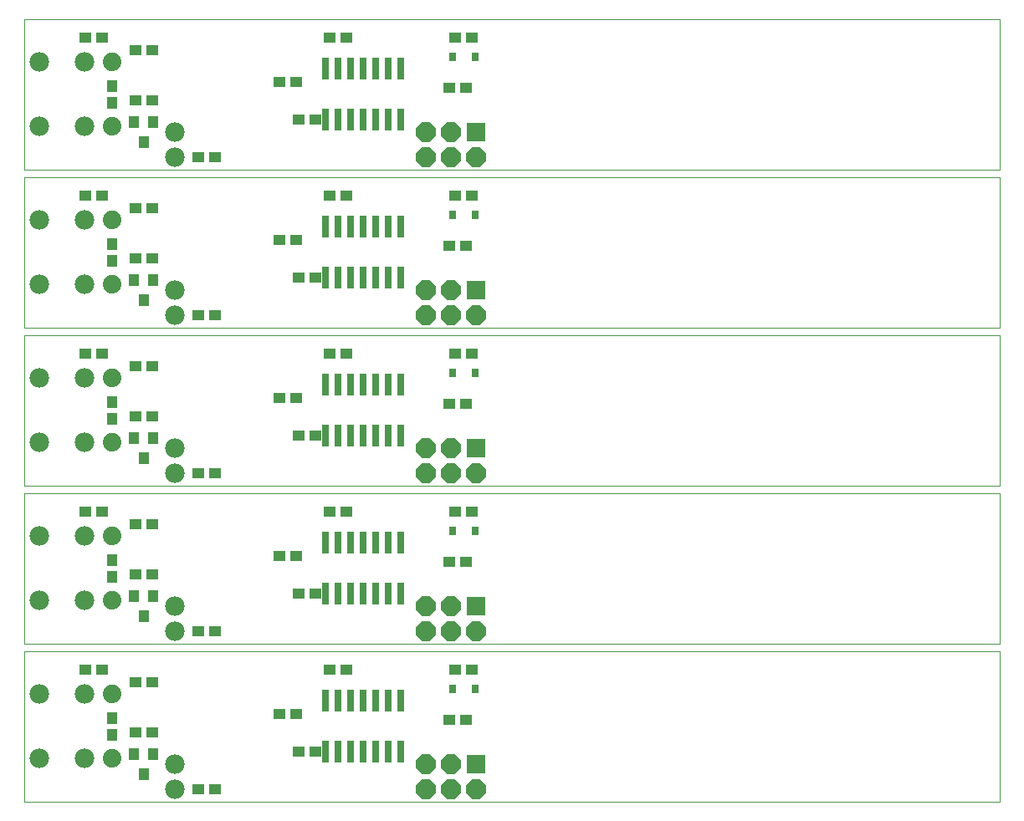
<source format=gts>
G75*
G70*
%OFA0B0*%
%FSLAX24Y24*%
%IPPOS*%
%LPD*%
%AMOC8*
5,1,8,0,0,1.08239X$1,22.5*
%
%ADD10C,0.0000*%
%ADD11R,0.0280X0.0910*%
%ADD12R,0.0780X0.0780*%
%ADD13OC8,0.0780*%
%ADD14C,0.0740*%
%ADD15R,0.0440X0.0490*%
%ADD16R,0.0473X0.0434*%
%ADD17R,0.0434X0.0473*%
%ADD18C,0.0780*%
%ADD19R,0.0288X0.0367*%
D10*
X000151Y000302D02*
X000151Y006298D01*
X039021Y006298D01*
X039021Y000302D01*
X000151Y000302D01*
X000151Y006602D02*
X000151Y012598D01*
X039021Y012598D01*
X039021Y006602D01*
X000151Y006602D01*
X000151Y012901D02*
X000151Y018897D01*
X039021Y018897D01*
X039021Y012901D01*
X000151Y012901D01*
X000151Y019200D02*
X000151Y025196D01*
X039021Y025196D01*
X039021Y019200D01*
X000151Y019200D01*
X000151Y025499D02*
X000151Y031495D01*
X039021Y031495D01*
X039021Y025499D01*
X000151Y025499D01*
D11*
X012151Y027474D03*
X012651Y027474D03*
X013151Y027474D03*
X013651Y027474D03*
X014151Y027474D03*
X014651Y027474D03*
X015151Y027474D03*
X015151Y029524D03*
X014651Y029524D03*
X014151Y029524D03*
X013651Y029524D03*
X013151Y029524D03*
X012651Y029524D03*
X012151Y029524D03*
X012151Y023225D03*
X012651Y023225D03*
X013151Y023225D03*
X013651Y023225D03*
X014151Y023225D03*
X014651Y023225D03*
X015151Y023225D03*
X015151Y021175D03*
X014651Y021175D03*
X014151Y021175D03*
X013651Y021175D03*
X013151Y021175D03*
X012651Y021175D03*
X012151Y021175D03*
X012151Y016926D03*
X012651Y016926D03*
X013151Y016926D03*
X013651Y016926D03*
X014151Y016926D03*
X014651Y016926D03*
X015151Y016926D03*
X015151Y014876D03*
X014651Y014876D03*
X014151Y014876D03*
X013651Y014876D03*
X013151Y014876D03*
X012651Y014876D03*
X012151Y014876D03*
X012151Y010627D03*
X012651Y010627D03*
X013151Y010627D03*
X013651Y010627D03*
X014151Y010627D03*
X014651Y010627D03*
X015151Y010627D03*
X015151Y008577D03*
X014651Y008577D03*
X014151Y008577D03*
X013651Y008577D03*
X013151Y008577D03*
X012651Y008577D03*
X012151Y008577D03*
X012151Y004327D03*
X012651Y004327D03*
X013151Y004327D03*
X013651Y004327D03*
X014151Y004327D03*
X014651Y004327D03*
X015151Y004327D03*
X015151Y002277D03*
X014651Y002277D03*
X014151Y002277D03*
X013651Y002277D03*
X013151Y002277D03*
X012651Y002277D03*
X012151Y002277D03*
D12*
X018151Y001802D03*
X018151Y008102D03*
X018151Y014401D03*
X018151Y020700D03*
X018151Y026999D03*
D13*
X018151Y025999D03*
X017151Y025999D03*
X016151Y025999D03*
X016151Y026999D03*
X017151Y026999D03*
X017151Y020700D03*
X016151Y020700D03*
X016151Y019700D03*
X017151Y019700D03*
X018151Y019700D03*
X017151Y014401D03*
X016151Y014401D03*
X016151Y013401D03*
X017151Y013401D03*
X018151Y013401D03*
X017151Y008102D03*
X016151Y008102D03*
X016151Y007102D03*
X017151Y007102D03*
X018151Y007102D03*
X017151Y001802D03*
X016151Y001802D03*
X016151Y000802D03*
X017151Y000802D03*
X018151Y000802D03*
D14*
X003651Y002023D03*
X003651Y004582D03*
X003651Y008322D03*
X003651Y010881D03*
X003651Y014621D03*
X003651Y017180D03*
X003651Y020920D03*
X003651Y023480D03*
X003651Y027220D03*
X003651Y029779D03*
D15*
X004527Y027399D03*
X005275Y027399D03*
X004901Y026599D03*
X004527Y021100D03*
X005275Y021100D03*
X004901Y020300D03*
X004527Y014801D03*
X005275Y014801D03*
X004901Y014001D03*
X004527Y008502D03*
X005275Y008502D03*
X004901Y007702D03*
X004527Y002202D03*
X005275Y002202D03*
X004901Y001402D03*
D16*
X004567Y003052D03*
X005236Y003052D03*
X005236Y005052D03*
X004567Y005052D03*
X003236Y005552D03*
X002567Y005552D03*
X007067Y007102D03*
X007736Y007102D03*
X005236Y009352D03*
X004567Y009352D03*
X004567Y011352D03*
X005236Y011352D03*
X003236Y011852D03*
X002567Y011852D03*
X004567Y015651D03*
X005236Y015651D03*
X005236Y017651D03*
X004567Y017651D03*
X003236Y018151D03*
X002567Y018151D03*
X007067Y019700D03*
X007736Y019700D03*
X005236Y021950D03*
X004567Y021950D03*
X004567Y023950D03*
X005236Y023950D03*
X003236Y024450D03*
X002567Y024450D03*
X007067Y025999D03*
X007736Y025999D03*
X005236Y028249D03*
X004567Y028249D03*
X004567Y030249D03*
X005236Y030249D03*
X003236Y030749D03*
X002567Y030749D03*
X010317Y028999D03*
X010986Y028999D03*
X011067Y027499D03*
X011736Y027499D03*
X012317Y024450D03*
X012986Y024450D03*
X010986Y022700D03*
X010317Y022700D03*
X011067Y021200D03*
X011736Y021200D03*
X012317Y018151D03*
X012986Y018151D03*
X010986Y016401D03*
X010317Y016401D03*
X011067Y014901D03*
X011736Y014901D03*
X012317Y011852D03*
X012986Y011852D03*
X010986Y010102D03*
X010317Y010102D03*
X011067Y008602D03*
X011736Y008602D03*
X012317Y005552D03*
X012986Y005552D03*
X010986Y003802D03*
X010317Y003802D03*
X011067Y002302D03*
X011736Y002302D03*
X007736Y000802D03*
X007067Y000802D03*
X017067Y003552D03*
X017736Y003552D03*
X017986Y005552D03*
X017317Y005552D03*
X017067Y009852D03*
X017736Y009852D03*
X017986Y011852D03*
X017317Y011852D03*
X017067Y016151D03*
X017736Y016151D03*
X017986Y018151D03*
X017317Y018151D03*
X017067Y022450D03*
X017736Y022450D03*
X017986Y024450D03*
X017317Y024450D03*
X017067Y028749D03*
X017736Y028749D03*
X017986Y030749D03*
X017317Y030749D03*
X012986Y030749D03*
X012317Y030749D03*
X007736Y013401D03*
X007067Y013401D03*
D17*
X003651Y015566D03*
X003651Y016235D03*
X003651Y021865D03*
X003651Y022535D03*
X003651Y028165D03*
X003651Y028834D03*
X003651Y009936D03*
X003651Y009267D03*
X003651Y003637D03*
X003651Y002968D03*
D18*
X002541Y002022D03*
X000761Y002022D03*
X000761Y004582D03*
X002541Y004582D03*
X006151Y007102D03*
X006151Y008102D03*
X002541Y008322D03*
X000761Y008322D03*
X000761Y010882D03*
X002541Y010882D03*
X006151Y013401D03*
X006151Y014401D03*
X002541Y014621D03*
X000761Y014621D03*
X000761Y017181D03*
X002541Y017181D03*
X006151Y019700D03*
X006151Y020700D03*
X002541Y020920D03*
X000761Y020920D03*
X000761Y023480D03*
X002541Y023480D03*
X006151Y025999D03*
X006151Y026999D03*
X002541Y027219D03*
X000761Y027219D03*
X000761Y029779D03*
X002541Y029779D03*
X006151Y001802D03*
X006151Y000802D03*
D19*
X017198Y004802D03*
X018104Y004802D03*
X018104Y011102D03*
X017198Y011102D03*
X017198Y017401D03*
X018104Y017401D03*
X018104Y023700D03*
X017198Y023700D03*
X017198Y029999D03*
X018104Y029999D03*
M02*

</source>
